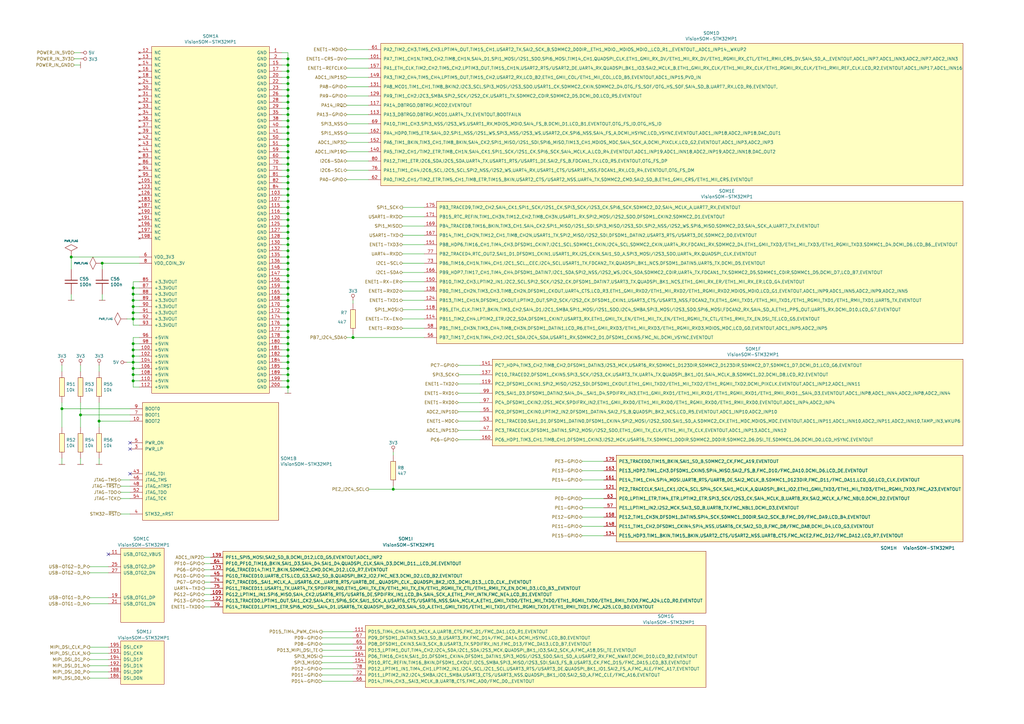
<source format=kicad_sch>
(kicad_sch (version 20210126) (generator eeschema)
  (paper "A3")
  (title_block (title "STM32MP1 Module") (date "2020-12-19") (rev "V1.0") (company "Embedded System Labs"))
  (junction (at 25.4 167.64) (diameter 1.016))
  (junction (at 29.21 105.41) (diameter 1.016))
  (junction (at 33.02 170.18) (diameter 1.016))
  (junction (at 40.64 172.72) (diameter 1.016))
  (junction (at 41.91 107.95) (diameter 1.016))
  (junction (at 54.61 118.11) (diameter 1.016))
  (junction (at 54.61 120.65) (diameter 1.016))
  (junction (at 54.61 123.19) (diameter 1.016))
  (junction (at 54.61 125.73) (diameter 1.016))
  (junction (at 54.61 128.27) (diameter 1.016))
  (junction (at 54.61 130.81) (diameter 1.016))
  (junction (at 54.61 140.97) (diameter 1.016))
  (junction (at 54.61 143.51) (diameter 1.016))
  (junction (at 54.61 146.05) (diameter 1.016))
  (junction (at 54.61 148.59) (diameter 1.016))
  (junction (at 54.61 151.13) (diameter 1.016))
  (junction (at 54.61 153.67) (diameter 1.016))
  (junction (at 54.61 156.21) (diameter 1.016))
  (junction (at 118.11 24.13) (diameter 1.016))
  (junction (at 118.11 26.67) (diameter 1.016))
  (junction (at 118.11 29.21) (diameter 1.016))
  (junction (at 118.11 31.75) (diameter 1.016))
  (junction (at 118.11 34.29) (diameter 1.016))
  (junction (at 118.11 36.83) (diameter 1.016))
  (junction (at 118.11 39.37) (diameter 1.016))
  (junction (at 118.11 41.91) (diameter 1.016))
  (junction (at 118.11 44.45) (diameter 1.016))
  (junction (at 118.11 46.99) (diameter 1.016))
  (junction (at 118.11 49.53) (diameter 1.016))
  (junction (at 118.11 52.07) (diameter 1.016))
  (junction (at 118.11 54.61) (diameter 1.016))
  (junction (at 118.11 57.15) (diameter 1.016))
  (junction (at 118.11 59.69) (diameter 1.016))
  (junction (at 118.11 62.23) (diameter 1.016))
  (junction (at 118.11 64.77) (diameter 1.016))
  (junction (at 118.11 67.31) (diameter 1.016))
  (junction (at 118.11 69.85) (diameter 1.016))
  (junction (at 118.11 72.39) (diameter 1.016))
  (junction (at 118.11 74.93) (diameter 1.016))
  (junction (at 118.11 77.47) (diameter 1.016))
  (junction (at 118.11 80.01) (diameter 1.016))
  (junction (at 118.11 82.55) (diameter 1.016))
  (junction (at 118.11 85.09) (diameter 1.016))
  (junction (at 118.11 87.63) (diameter 1.016))
  (junction (at 118.11 90.17) (diameter 1.016))
  (junction (at 118.11 92.71) (diameter 1.016))
  (junction (at 118.11 95.25) (diameter 1.016))
  (junction (at 118.11 97.79) (diameter 1.016))
  (junction (at 118.11 100.33) (diameter 1.016))
  (junction (at 118.11 102.87) (diameter 1.016))
  (junction (at 118.11 105.41) (diameter 1.016))
  (junction (at 118.11 107.95) (diameter 1.016))
  (junction (at 118.11 110.49) (diameter 1.016))
  (junction (at 118.11 113.03) (diameter 1.016))
  (junction (at 118.11 115.57) (diameter 1.016))
  (junction (at 118.11 118.11) (diameter 1.016))
  (junction (at 118.11 120.65) (diameter 1.016))
  (junction (at 118.11 123.19) (diameter 1.016))
  (junction (at 118.11 125.73) (diameter 1.016))
  (junction (at 118.11 128.27) (diameter 1.016))
  (junction (at 118.11 130.81) (diameter 1.016))
  (junction (at 118.11 133.35) (diameter 1.016))
  (junction (at 118.11 135.89) (diameter 1.016))
  (junction (at 118.11 138.43) (diameter 1.016))
  (junction (at 118.11 140.97) (diameter 1.016))
  (junction (at 118.11 143.51) (diameter 1.016))
  (junction (at 118.11 146.05) (diameter 1.016))
  (junction (at 118.11 148.59) (diameter 1.016))
  (junction (at 118.11 151.13) (diameter 1.016))
  (junction (at 118.11 153.67) (diameter 1.016))
  (junction (at 118.11 156.21) (diameter 1.016))
  (junction (at 118.11 158.75) (diameter 1.016))
  (junction (at 144.78 138.43) (diameter 1.016))
  (junction (at 161.29 200.66) (diameter 1.016))
  (no_connect (at 44.45 227.33))
  (no_connect (at 53.34 181.61))
  (no_connect (at 53.34 184.15))
  (no_connect (at 53.34 194.31))
  (wire (pts (xy 25.4 149.86) (xy 25.4 152.4)))
  (wire (pts (xy 25.4 165.1) (xy 25.4 167.64)))
  (wire (pts (xy 25.4 167.64) (xy 25.4 175.26)))
  (wire (pts (xy 25.4 187.96) (xy 25.4 190.5)))
  (wire (pts (xy 29.21 105.41) (xy 29.21 110.49)))
  (wire (pts (xy 29.21 120.65) (xy 29.21 123.19)))
  (wire (pts (xy 30.48 26.67) (xy 33.02 26.67)))
  (wire (pts (xy 33.02 21.59) (xy 30.48 21.59)))
  (wire (pts (xy 33.02 24.13) (xy 30.48 24.13)))
  (wire (pts (xy 33.02 149.86) (xy 33.02 152.4)))
  (wire (pts (xy 33.02 165.1) (xy 33.02 170.18)))
  (wire (pts (xy 33.02 170.18) (xy 33.02 175.26)))
  (wire (pts (xy 33.02 187.96) (xy 33.02 190.5)))
  (wire (pts (xy 40.64 149.86) (xy 40.64 152.4)))
  (wire (pts (xy 40.64 172.72) (xy 40.64 165.1)))
  (wire (pts (xy 40.64 175.26) (xy 40.64 172.72)))
  (wire (pts (xy 40.64 187.96) (xy 40.64 190.5)))
  (wire (pts (xy 41.91 107.95) (xy 41.91 110.49)))
  (wire (pts (xy 41.91 120.65) (xy 41.91 123.19)))
  (wire (pts (xy 44.45 232.41) (xy 36.83 232.41)))
  (wire (pts (xy 44.45 234.95) (xy 36.83 234.95)))
  (wire (pts (xy 44.45 245.11) (xy 36.83 245.11)))
  (wire (pts (xy 44.45 247.65) (xy 36.83 247.65)))
  (wire (pts (xy 44.45 265.43) (xy 36.83 265.43)))
  (wire (pts (xy 44.45 267.97) (xy 36.83 267.97)))
  (wire (pts (xy 44.45 270.51) (xy 36.83 270.51)))
  (wire (pts (xy 44.45 273.05) (xy 36.83 273.05)))
  (wire (pts (xy 44.45 275.59) (xy 36.83 275.59)))
  (wire (pts (xy 44.45 278.13) (xy 36.83 278.13)))
  (wire (pts (xy 53.34 167.64) (xy 25.4 167.64)))
  (wire (pts (xy 53.34 170.18) (xy 33.02 170.18)))
  (wire (pts (xy 53.34 172.72) (xy 40.64 172.72)))
  (wire (pts (xy 53.34 196.85) (xy 49.53 196.85)))
  (wire (pts (xy 53.34 199.39) (xy 49.53 199.39)))
  (wire (pts (xy 53.34 201.93) (xy 49.53 201.93)))
  (wire (pts (xy 53.34 204.47) (xy 49.53 204.47)))
  (wire (pts (xy 53.34 210.82) (xy 49.53 210.82)))
  (wire (pts (xy 54.61 115.57) (xy 57.15 115.57)))
  (wire (pts (xy 54.61 118.11) (xy 54.61 115.57)))
  (wire (pts (xy 54.61 120.65) (xy 54.61 118.11)))
  (wire (pts (xy 54.61 123.19) (xy 54.61 120.65)))
  (wire (pts (xy 54.61 125.73) (xy 54.61 123.19)))
  (wire (pts (xy 54.61 125.73) (xy 57.15 125.73)))
  (wire (pts (xy 54.61 128.27) (xy 54.61 125.73)))
  (wire (pts (xy 54.61 128.27) (xy 57.15 128.27)))
  (wire (pts (xy 54.61 130.81) (xy 52.07 130.81)))
  (wire (pts (xy 54.61 130.81) (xy 54.61 128.27)))
  (wire (pts (xy 54.61 133.35) (xy 54.61 130.81)))
  (wire (pts (xy 54.61 138.43) (xy 54.61 140.97)))
  (wire (pts (xy 54.61 140.97) (xy 54.61 143.51)))
  (wire (pts (xy 54.61 143.51) (xy 54.61 146.05)))
  (wire (pts (xy 54.61 146.05) (xy 54.61 148.59)))
  (wire (pts (xy 54.61 148.59) (xy 52.07 148.59)))
  (wire (pts (xy 54.61 148.59) (xy 54.61 151.13)))
  (wire (pts (xy 54.61 151.13) (xy 54.61 153.67)))
  (wire (pts (xy 54.61 153.67) (xy 54.61 156.21)))
  (wire (pts (xy 54.61 156.21) (xy 54.61 158.75)))
  (wire (pts (xy 54.61 158.75) (xy 57.15 158.75)))
  (wire (pts (xy 57.15 105.41) (xy 29.21 105.41)))
  (wire (pts (xy 57.15 107.95) (xy 41.91 107.95)))
  (wire (pts (xy 57.15 118.11) (xy 54.61 118.11)))
  (wire (pts (xy 57.15 120.65) (xy 54.61 120.65)))
  (wire (pts (xy 57.15 123.19) (xy 54.61 123.19)))
  (wire (pts (xy 57.15 130.81) (xy 54.61 130.81)))
  (wire (pts (xy 57.15 133.35) (xy 54.61 133.35)))
  (wire (pts (xy 57.15 138.43) (xy 54.61 138.43)))
  (wire (pts (xy 57.15 140.97) (xy 54.61 140.97)))
  (wire (pts (xy 57.15 143.51) (xy 54.61 143.51)))
  (wire (pts (xy 57.15 146.05) (xy 54.61 146.05)))
  (wire (pts (xy 57.15 148.59) (xy 54.61 148.59)))
  (wire (pts (xy 57.15 151.13) (xy 54.61 151.13)))
  (wire (pts (xy 57.15 153.67) (xy 54.61 153.67)))
  (wire (pts (xy 57.15 156.21) (xy 54.61 156.21)))
  (wire (pts (xy 83.82 238.76) (xy 86.36 238.76)))
  (wire (pts (xy 83.82 241.3) (xy 86.36 241.3)))
  (wire (pts (xy 86.36 228.6) (xy 83.82 228.6)))
  (wire (pts (xy 86.36 231.14) (xy 83.82 231.14)))
  (wire (pts (xy 86.36 233.68) (xy 83.82 233.68)))
  (wire (pts (xy 86.36 236.22) (xy 83.82 236.22)))
  (wire (pts (xy 86.36 243.84) (xy 83.82 243.84)))
  (wire (pts (xy 86.36 246.38) (xy 83.82 246.38)))
  (wire (pts (xy 86.36 248.92) (xy 83.82 248.92)))
  (wire (pts (xy 115.57 21.59) (xy 118.11 21.59)))
  (wire (pts (xy 115.57 24.13) (xy 118.11 24.13)))
  (wire (pts (xy 115.57 26.67) (xy 118.11 26.67)))
  (wire (pts (xy 115.57 29.21) (xy 118.11 29.21)))
  (wire (pts (xy 115.57 31.75) (xy 118.11 31.75)))
  (wire (pts (xy 115.57 34.29) (xy 118.11 34.29)))
  (wire (pts (xy 115.57 36.83) (xy 118.11 36.83)))
  (wire (pts (xy 115.57 39.37) (xy 118.11 39.37)))
  (wire (pts (xy 115.57 41.91) (xy 118.11 41.91)))
  (wire (pts (xy 115.57 44.45) (xy 118.11 44.45)))
  (wire (pts (xy 115.57 46.99) (xy 118.11 46.99)))
  (wire (pts (xy 115.57 49.53) (xy 118.11 49.53)))
  (wire (pts (xy 115.57 52.07) (xy 118.11 52.07)))
  (wire (pts (xy 115.57 54.61) (xy 118.11 54.61)))
  (wire (pts (xy 115.57 57.15) (xy 118.11 57.15)))
  (wire (pts (xy 115.57 59.69) (xy 118.11 59.69)))
  (wire (pts (xy 115.57 62.23) (xy 118.11 62.23)))
  (wire (pts (xy 115.57 64.77) (xy 118.11 64.77)))
  (wire (pts (xy 115.57 67.31) (xy 118.11 67.31)))
  (wire (pts (xy 115.57 69.85) (xy 118.11 69.85)))
  (wire (pts (xy 115.57 72.39) (xy 118.11 72.39)))
  (wire (pts (xy 115.57 74.93) (xy 118.11 74.93)))
  (wire (pts (xy 115.57 77.47) (xy 118.11 77.47)))
  (wire (pts (xy 115.57 80.01) (xy 118.11 80.01)))
  (wire (pts (xy 115.57 82.55) (xy 118.11 82.55)))
  (wire (pts (xy 115.57 85.09) (xy 118.11 85.09)))
  (wire (pts (xy 115.57 87.63) (xy 118.11 87.63)))
  (wire (pts (xy 115.57 90.17) (xy 118.11 90.17)))
  (wire (pts (xy 115.57 92.71) (xy 118.11 92.71)))
  (wire (pts (xy 115.57 95.25) (xy 118.11 95.25)))
  (wire (pts (xy 115.57 97.79) (xy 118.11 97.79)))
  (wire (pts (xy 115.57 100.33) (xy 118.11 100.33)))
  (wire (pts (xy 115.57 102.87) (xy 118.11 102.87)))
  (wire (pts (xy 115.57 105.41) (xy 118.11 105.41)))
  (wire (pts (xy 115.57 107.95) (xy 118.11 107.95)))
  (wire (pts (xy 115.57 110.49) (xy 118.11 110.49)))
  (wire (pts (xy 115.57 113.03) (xy 118.11 113.03)))
  (wire (pts (xy 115.57 115.57) (xy 118.11 115.57)))
  (wire (pts (xy 115.57 118.11) (xy 118.11 118.11)))
  (wire (pts (xy 115.57 120.65) (xy 118.11 120.65)))
  (wire (pts (xy 115.57 123.19) (xy 118.11 123.19)))
  (wire (pts (xy 115.57 125.73) (xy 118.11 125.73)))
  (wire (pts (xy 115.57 128.27) (xy 118.11 128.27)))
  (wire (pts (xy 115.57 130.81) (xy 118.11 130.81)))
  (wire (pts (xy 115.57 133.35) (xy 118.11 133.35)))
  (wire (pts (xy 115.57 135.89) (xy 118.11 135.89)))
  (wire (pts (xy 115.57 138.43) (xy 118.11 138.43)))
  (wire (pts (xy 115.57 140.97) (xy 118.11 140.97)))
  (wire (pts (xy 115.57 143.51) (xy 118.11 143.51)))
  (wire (pts (xy 115.57 146.05) (xy 118.11 146.05)))
  (wire (pts (xy 115.57 148.59) (xy 118.11 148.59)))
  (wire (pts (xy 115.57 151.13) (xy 118.11 151.13)))
  (wire (pts (xy 115.57 153.67) (xy 118.11 153.67)))
  (wire (pts (xy 115.57 156.21) (xy 118.11 156.21)))
  (wire (pts (xy 118.11 21.59) (xy 118.11 24.13)))
  (wire (pts (xy 118.11 24.13) (xy 118.11 26.67)))
  (wire (pts (xy 118.11 26.67) (xy 118.11 29.21)))
  (wire (pts (xy 118.11 29.21) (xy 118.11 31.75)))
  (wire (pts (xy 118.11 31.75) (xy 118.11 34.29)))
  (wire (pts (xy 118.11 34.29) (xy 118.11 36.83)))
  (wire (pts (xy 118.11 36.83) (xy 118.11 39.37)))
  (wire (pts (xy 118.11 39.37) (xy 118.11 41.91)))
  (wire (pts (xy 118.11 41.91) (xy 118.11 44.45)))
  (wire (pts (xy 118.11 44.45) (xy 118.11 46.99)))
  (wire (pts (xy 118.11 46.99) (xy 118.11 49.53)))
  (wire (pts (xy 118.11 49.53) (xy 118.11 52.07)))
  (wire (pts (xy 118.11 52.07) (xy 118.11 54.61)))
  (wire (pts (xy 118.11 54.61) (xy 118.11 57.15)))
  (wire (pts (xy 118.11 57.15) (xy 118.11 59.69)))
  (wire (pts (xy 118.11 59.69) (xy 118.11 62.23)))
  (wire (pts (xy 118.11 62.23) (xy 118.11 64.77)))
  (wire (pts (xy 118.11 64.77) (xy 118.11 67.31)))
  (wire (pts (xy 118.11 67.31) (xy 118.11 69.85)))
  (wire (pts (xy 118.11 69.85) (xy 118.11 72.39)))
  (wire (pts (xy 118.11 72.39) (xy 118.11 74.93)))
  (wire (pts (xy 118.11 74.93) (xy 118.11 77.47)))
  (wire (pts (xy 118.11 77.47) (xy 118.11 80.01)))
  (wire (pts (xy 118.11 80.01) (xy 118.11 82.55)))
  (wire (pts (xy 118.11 82.55) (xy 118.11 85.09)))
  (wire (pts (xy 118.11 85.09) (xy 118.11 87.63)))
  (wire (pts (xy 118.11 87.63) (xy 118.11 90.17)))
  (wire (pts (xy 118.11 90.17) (xy 118.11 92.71)))
  (wire (pts (xy 118.11 92.71) (xy 118.11 95.25)))
  (wire (pts (xy 118.11 95.25) (xy 118.11 97.79)))
  (wire (pts (xy 118.11 97.79) (xy 118.11 100.33)))
  (wire (pts (xy 118.11 100.33) (xy 118.11 102.87)))
  (wire (pts (xy 118.11 102.87) (xy 118.11 105.41)))
  (wire (pts (xy 118.11 105.41) (xy 118.11 107.95)))
  (wire (pts (xy 118.11 107.95) (xy 118.11 110.49)))
  (wire (pts (xy 118.11 110.49) (xy 118.11 113.03)))
  (wire (pts (xy 118.11 113.03) (xy 118.11 115.57)))
  (wire (pts (xy 118.11 115.57) (xy 118.11 118.11)))
  (wire (pts (xy 118.11 118.11) (xy 118.11 120.65)))
  (wire (pts (xy 118.11 120.65) (xy 118.11 123.19)))
  (wire (pts (xy 118.11 123.19) (xy 118.11 125.73)))
  (wire (pts (xy 118.11 125.73) (xy 118.11 128.27)))
  (wire (pts (xy 118.11 128.27) (xy 118.11 130.81)))
  (wire (pts (xy 118.11 130.81) (xy 118.11 133.35)))
  (wire (pts (xy 118.11 133.35) (xy 118.11 135.89)))
  (wire (pts (xy 118.11 135.89) (xy 118.11 138.43)))
  (wire (pts (xy 118.11 138.43) (xy 118.11 140.97)))
  (wire (pts (xy 118.11 140.97) (xy 118.11 143.51)))
  (wire (pts (xy 118.11 143.51) (xy 118.11 146.05)))
  (wire (pts (xy 118.11 146.05) (xy 118.11 148.59)))
  (wire (pts (xy 118.11 148.59) (xy 118.11 151.13)))
  (wire (pts (xy 118.11 151.13) (xy 118.11 153.67)))
  (wire (pts (xy 118.11 153.67) (xy 118.11 156.21)))
  (wire (pts (xy 118.11 156.21) (xy 118.11 158.75)))
  (wire (pts (xy 118.11 158.75) (xy 115.57 158.75)))
  (wire (pts (xy 118.11 158.75) (xy 118.11 161.29)))
  (wire (pts (xy 132.08 279.4) (xy 144.78 279.4)))
  (wire (pts (xy 144.78 124.46) (xy 144.78 123.19)))
  (wire (pts (xy 144.78 137.16) (xy 144.78 138.43)))
  (wire (pts (xy 144.78 138.43) (xy 142.24 138.43)))
  (wire (pts (xy 144.78 259.08) (xy 132.08 259.08)))
  (wire (pts (xy 144.78 261.62) (xy 132.08 261.62)))
  (wire (pts (xy 144.78 264.16) (xy 132.08 264.16)))
  (wire (pts (xy 144.78 266.7) (xy 132.08 266.7)))
  (wire (pts (xy 144.78 269.24) (xy 132.08 269.24)))
  (wire (pts (xy 144.78 271.78) (xy 132.08 271.78)))
  (wire (pts (xy 144.78 274.32) (xy 132.08 274.32)))
  (wire (pts (xy 144.78 276.86) (xy 132.08 276.86)))
  (wire (pts (xy 151.13 20.32) (xy 142.24 20.32)))
  (wire (pts (xy 151.13 24.13) (xy 142.24 24.13)))
  (wire (pts (xy 151.13 27.94) (xy 142.24 27.94)))
  (wire (pts (xy 151.13 31.75) (xy 142.24 31.75)))
  (wire (pts (xy 151.13 35.56) (xy 142.24 35.56)))
  (wire (pts (xy 151.13 39.37) (xy 142.24 39.37)))
  (wire (pts (xy 151.13 43.18) (xy 142.24 43.18)))
  (wire (pts (xy 151.13 46.99) (xy 142.24 46.99)))
  (wire (pts (xy 151.13 50.8) (xy 142.24 50.8)))
  (wire (pts (xy 151.13 54.61) (xy 142.24 54.61)))
  (wire (pts (xy 151.13 58.42) (xy 142.24 58.42)))
  (wire (pts (xy 151.13 62.23) (xy 142.24 62.23)))
  (wire (pts (xy 151.13 66.04) (xy 142.24 66.04)))
  (wire (pts (xy 151.13 69.85) (xy 142.24 69.85)))
  (wire (pts (xy 151.13 73.66) (xy 142.24 73.66)))
  (wire (pts (xy 161.29 185.42) (xy 161.29 186.69)))
  (wire (pts (xy 161.29 199.39) (xy 161.29 200.66)))
  (wire (pts (xy 161.29 200.66) (xy 151.13 200.66)))
  (wire (pts (xy 173.99 85.09) (xy 165.1 85.09)))
  (wire (pts (xy 173.99 88.9) (xy 165.1 88.9)))
  (wire (pts (xy 173.99 92.71) (xy 165.1 92.71)))
  (wire (pts (xy 173.99 96.52) (xy 165.1 96.52)))
  (wire (pts (xy 173.99 100.33) (xy 165.1 100.33)))
  (wire (pts (xy 173.99 104.14) (xy 165.1 104.14)))
  (wire (pts (xy 173.99 107.95) (xy 165.1 107.95)))
  (wire (pts (xy 173.99 111.76) (xy 165.1 111.76)))
  (wire (pts (xy 173.99 115.57) (xy 165.1 115.57)))
  (wire (pts (xy 173.99 119.38) (xy 165.1 119.38)))
  (wire (pts (xy 173.99 123.19) (xy 165.1 123.19)))
  (wire (pts (xy 173.99 127) (xy 165.1 127)))
  (wire (pts (xy 173.99 130.81) (xy 165.1 130.81)))
  (wire (pts (xy 173.99 134.62) (xy 165.1 134.62)))
  (wire (pts (xy 173.99 138.43) (xy 144.78 138.43)))
  (wire (pts (xy 196.85 149.86) (xy 187.96 149.86)))
  (wire (pts (xy 196.85 153.67) (xy 187.96 153.67)))
  (wire (pts (xy 196.85 157.48) (xy 187.96 157.48)))
  (wire (pts (xy 196.85 161.29) (xy 187.96 161.29)))
  (wire (pts (xy 196.85 165.1) (xy 187.96 165.1)))
  (wire (pts (xy 196.85 168.91) (xy 187.96 168.91)))
  (wire (pts (xy 196.85 172.72) (xy 187.96 172.72)))
  (wire (pts (xy 196.85 176.53) (xy 187.96 176.53)))
  (wire (pts (xy 196.85 180.34) (xy 187.96 180.34)))
  (wire (pts (xy 247.65 189.23) (xy 238.76 189.23)))
  (wire (pts (xy 247.65 193.04) (xy 238.76 193.04)))
  (wire (pts (xy 247.65 196.85) (xy 238.76 196.85)))
  (wire (pts (xy 247.65 200.66) (xy 161.29 200.66)))
  (wire (pts (xy 247.65 204.47) (xy 238.76 204.47)))
  (wire (pts (xy 247.65 208.28) (xy 238.76 208.28)))
  (wire (pts (xy 247.65 212.09) (xy 238.76 212.09)))
  (wire (pts (xy 247.65 215.9) (xy 238.76 215.9)))
  (wire (pts (xy 247.65 219.71) (xy 238.76 219.71)))
  (hierarchical_label "POWER_IN_5V0" (shape input) (at 30.48 21.59 180))
  (hierarchical_label "POWER_IN_3V3" (shape input) (at 30.48 24.13 180))
  (hierarchical_label "POWER_IN_GND" (shape input) (at 30.48 26.67 180))
  (hierarchical_label "USB-OTG2-D_P" (shape bidirectional) (at 36.83 232.41 180))
  (hierarchical_label "USB-OTG2-D_N" (shape bidirectional) (at 36.83 234.95 180))
  (hierarchical_label "USB-OTG1-D_P" (shape bidirectional) (at 36.83 245.11 180))
  (hierarchical_label "USB-OTG1-D_N" (shape bidirectional) (at 36.83 247.65 180))
  (hierarchical_label "MIPI_DSI_CLK_P" (shape output) (at 36.83 265.43 180))
  (hierarchical_label "MIPI_DSI_CLK_N" (shape output) (at 36.83 267.97 180))
  (hierarchical_label "MIPI_DSI_D1_P" (shape bidirectional) (at 36.83 270.51 180))
  (hierarchical_label "MIPI_DSI_D1_N" (shape bidirectional) (at 36.83 273.05 180))
  (hierarchical_label "MIPI_DSI_D0_P" (shape bidirectional) (at 36.83 275.59 180))
  (hierarchical_label "MIPI_DSI_D0_N" (shape bidirectional) (at 36.83 278.13 180))
  (hierarchical_label "JTAG-TMS" (shape bidirectional) (at 49.53 196.85 180))
  (hierarchical_label "JTAG-~TRST~" (shape input) (at 49.53 199.39 180))
  (hierarchical_label "JTAG-TDO" (shape bidirectional) (at 49.53 201.93 180))
  (hierarchical_label "JTAG-TCK" (shape input) (at 49.53 204.47 180))
  (hierarchical_label "STM32-~RST~" (shape input) (at 49.53 210.82 180))
  (hierarchical_label "ADC1_INP2" (shape input) (at 83.82 228.6 180))
  (hierarchical_label "PF10-GPIO" (shape bidirectional) (at 83.82 231.14 180))
  (hierarchical_label "PG6-GPIO" (shape bidirectional) (at 83.82 233.68 180))
  (hierarchical_label "PG10-GPIO" (shape bidirectional) (at 83.82 236.22 180))
  (hierarchical_label "PG7-GPIO" (shape output) (at 83.82 238.76 180))
  (hierarchical_label "UART4-TXD" (shape output) (at 83.82 241.3 180))
  (hierarchical_label "PG12-GPIO" (shape bidirectional) (at 83.82 243.84 180))
  (hierarchical_label "PG13-GPIO" (shape bidirectional) (at 83.82 246.38 180))
  (hierarchical_label "ENET1-TXD0" (shape bidirectional) (at 83.82 248.92 180))
  (hierarchical_label "PD15_TIM4_PWM_CH4" (shape output) (at 132.08 259.08 180))
  (hierarchical_label "PD9-GPIO" (shape bidirectional) (at 132.08 261.62 180))
  (hierarchical_label "PD8-GPIO" (shape bidirectional) (at 132.08 264.16 180))
  (hierarchical_label "PD13_MIPI_DSI_TE" (shape output) (at 132.08 266.7 180))
  (hierarchical_label "SPI3_MOSI" (shape output) (at 132.08 269.24 180))
  (hierarchical_label "SPI3_MISO" (shape input) (at 132.08 271.78 180))
  (hierarchical_label "PD12-GPIO" (shape bidirectional) (at 132.08 274.32 180))
  (hierarchical_label "PD11-GPIO" (shape bidirectional) (at 132.08 276.86 180))
  (hierarchical_label "PD14-GPIO" (shape input) (at 132.08 279.4 180))
  (hierarchical_label "ENET1-MDIO" (shape bidirectional) (at 142.24 20.32 180))
  (hierarchical_label "ENET1-CRS-DV" (shape bidirectional) (at 142.24 24.13 180))
  (hierarchical_label "ENET1-REFCLK" (shape bidirectional) (at 142.24 27.94 180))
  (hierarchical_label "ADC1_INP15" (shape input) (at 142.24 31.75 180))
  (hierarchical_label "PA8-GPIO" (shape bidirectional) (at 142.24 35.56 180))
  (hierarchical_label "PA9-GPIO" (shape bidirectional) (at 142.24 39.37 180))
  (hierarchical_label "PA14_IRQ" (shape input) (at 142.24 43.18 180))
  (hierarchical_label "PA13-GPIO" (shape bidirectional) (at 142.24 46.99 180))
  (hierarchical_label "SPI3_NSS" (shape output) (at 142.24 50.8 180))
  (hierarchical_label "SPI1_NSS" (shape output) (at 142.24 54.61 180))
  (hierarchical_label "ADC1_INP3" (shape input) (at 142.24 58.42 180))
  (hierarchical_label "ADC1_INP19" (shape input) (at 142.24 62.23 180))
  (hierarchical_label "I2C6-SDA" (shape bidirectional) (at 142.24 66.04 180))
  (hierarchical_label "I2C6-SCL" (shape bidirectional) (at 142.24 69.85 180))
  (hierarchical_label "PA0-GPIO" (shape bidirectional) (at 142.24 73.66 180))
  (hierarchical_label "PB7_I2C4_SDA" (shape bidirectional) (at 142.24 138.43 180))
  (hierarchical_label "PE2_I2C4_SCL" (shape output) (at 151.13 200.66 180))
  (hierarchical_label "SPI1_SCK" (shape output) (at 165.1 85.09 180))
  (hierarchical_label "USART1-RXD" (shape input) (at 165.1 88.9 180))
  (hierarchical_label "SPI1_MISO" (shape input) (at 165.1 92.71 180))
  (hierarchical_label "USART1-TXD" (shape output) (at 165.1 96.52 180))
  (hierarchical_label "ENET1-TXD3" (shape bidirectional) (at 165.1 100.33 180))
  (hierarchical_label "UART4-RXD" (shape input) (at 165.1 104.14 180))
  (hierarchical_label "I2C1-SCL" (shape bidirectional) (at 165.1 107.95 180))
  (hierarchical_label "I2C1-SDA" (shape bidirectional) (at 165.1 111.76 180))
  (hierarchical_label "ENET1-RX-ER" (shape bidirectional) (at 165.1 115.57 180))
  (hierarchical_label "ENET1-RXD2" (shape bidirectional) (at 165.1 119.38 180))
  (hierarchical_label "ENET1-TXD1" (shape bidirectional) (at 165.1 123.19 180))
  (hierarchical_label "SPI1_MOSI" (shape output) (at 165.1 127 180))
  (hierarchical_label "ENET1-TX-EN" (shape bidirectional) (at 165.1 130.81 180))
  (hierarchical_label "ENET1-RXD3" (shape bidirectional) (at 165.1 134.62 180))
  (hierarchical_label "PC7-GPIO" (shape bidirectional) (at 187.96 149.86 180))
  (hierarchical_label "SPI3_SCK" (shape output) (at 187.96 153.67 180))
  (hierarchical_label "ENET1-TXD2" (shape bidirectional) (at 187.96 157.48 180))
  (hierarchical_label "ENET1-RXD1" (shape bidirectional) (at 187.96 161.29 180))
  (hierarchical_label "ENET1-RXD0" (shape bidirectional) (at 187.96 165.1 180))
  (hierarchical_label "ADC2_INP10" (shape input) (at 187.96 168.91 180))
  (hierarchical_label "ENET1-MDC" (shape bidirectional) (at 187.96 172.72 180))
  (hierarchical_label "ADC1_INP13" (shape input) (at 187.96 176.53 180))
  (hierarchical_label "PC6-GPIO" (shape bidirectional) (at 187.96 180.34 180))
  (hierarchical_label "PE3-GPIO" (shape bidirectional) (at 238.76 189.23 180))
  (hierarchical_label "PE13-GPIO" (shape bidirectional) (at 238.76 193.04 180))
  (hierarchical_label "PE14-GPIO" (shape bidirectional) (at 238.76 196.85 180))
  (hierarchical_label "PE0-GPIO" (shape input) (at 238.76 204.47 180))
  (hierarchical_label "PE1-GPIO" (shape output) (at 238.76 208.28 180))
  (hierarchical_label "PE12-GPIO" (shape bidirectional) (at 238.76 212.09 180))
  (hierarchical_label "PE11-GPIO" (shape bidirectional) (at 238.76 215.9 180))
  (hierarchical_label "PE15-GPIO" (shape bidirectional) (at 238.76 219.71 180))
  (symbol (lib_id "power:5V_NO_GLOBAL") (at 33.02 21.59 270) (unit 1)
    (property "Reference" "#PWR24" (effects hide))
    (property "Value" "5V" (at 36.2712 21.6154 90) (effects (justify left)))
  )
  (symbol (lib_id "power:5V_NO_GLOBAL") (at 52.07 148.59 90) (unit 1)
    (property "Reference" "#PWR191" (effects hide))
    (property "Value" "5V" (at 48.8188 148.5646 90) (effects (justify left)))
  )
  (symbol (lib_id "power:GND_NO_GLOBAL") (at 25.4 190.5 0) (unit 1)
    (property "Reference" "#PWR193" (effects hide))
    (property "Value" "GND_NO_GLOBAL" (effects hide))
  )
  (symbol (lib_id "power:GND") (at 29.21 123.19 0) (unit 1)
    (property "Reference" "#PWR0193" (effects hide))
    (property "Value" "GND" (effects hide))
  )
  (symbol (lib_id "power:GND_NO_GLOBAL") (at 33.02 26.67 90) (unit 1)
    (property "Reference" "#PWR26" (effects hide))
    (property "Value" "GND_NO_GLOBAL" (effects hide))
  )
  (symbol (lib_id "power:GND_NO_GLOBAL") (at 33.02 190.5 0) (unit 1)
    (property "Reference" "#PWR195" (effects hide))
    (property "Value" "GND_NO_GLOBAL" (effects hide))
  )
  (symbol (lib_id "power:GND_NO_GLOBAL") (at 40.64 190.5 0) (unit 1)
    (property "Reference" "#PWR197" (effects hide))
    (property "Value" "GND_NO_GLOBAL" (effects hide))
  )
  (symbol (lib_id "power:GND") (at 41.91 123.19 0) (unit 1)
    (property "Reference" "#PWR0192" (effects hide))
    (property "Value" "GND" (effects hide))
  )
  (symbol (lib_id "power:GND_NO_GLOBAL") (at 118.11 161.29 0) (unit 1)
    (property "Reference" "#PWR27" (effects hide))
    (property "Value" "GND_NO_GLOBAL" (effects hide))
  )
  (symbol (lib_id "power:3V3_NO_GLOBAL") (at 25.4 149.86 0) (unit 1)
    (property "Reference" "#PWR192" (effects hide))
    (property "Value" "3V3" (at 25.4 146.05 0))
  )
  (symbol (lib_id "power:3V3_NO_GLOBAL") (at 33.02 24.13 270) (unit 1)
    (property "Reference" "#PWR25" (effects hide))
    (property "Value" "3V3" (at 36.2712 24.2824 90) (effects (justify left)))
  )
  (symbol (lib_id "power:3V3_NO_GLOBAL") (at 33.02 149.86 0) (unit 1)
    (property "Reference" "#PWR194" (effects hide))
    (property "Value" "3V3" (at 33.02 146.05 0))
  )
  (symbol (lib_id "power:3V3_NO_GLOBAL") (at 40.64 149.86 0) (unit 1)
    (property "Reference" "#PWR196" (effects hide))
    (property "Value" "3V3" (at 40.64 146.05 0))
  )
  (symbol (lib_id "power:3V3_NO_GLOBAL") (at 144.78 123.19 0) (unit 1)
    (property "Reference" "#PWR28" (effects hide))
    (property "Value" "3V3" (at 144.78 119.38 0))
  )
  (symbol (lib_id "power:3V3_NO_GLOBAL") (at 161.29 185.42 0) (unit 1)
    (property "Reference" "#PWR29" (effects hide))
    (property "Value" "3V3" (at 161.29 181.61 0))
  )
  (symbol (lib_id "Resistors_Smd0603:10k") (at 25.4 158.75 0) (unit 1)
    (property "Reference" "R51" (at 27.1272 157.5816 0) (effects (justify left)))
    (property "Value" "10k" (at 27.1272 159.893 0) (effects (justify left)))
    (property "Footprint" "Resistor_Smd_0603:10k_0603" (effects hide))
    (property "Datasheet" "Resistors/Smd_0603/Components_Documentation/Vishay_Resistors_SM0603.pdf" (effects hide))
    (property "Manufacturer" "ROYAL OHM" (effects hide))
    (property "Manufacturer Part Number" "0603SAJ0103T5E" (effects hide))
    (property "Supplier" "TME" (effects hide))
    (property "Supplier Part Number" "SMD0603-10K" (effects hide))
    (property "URL" "https://www.tme.eu/pl/details/smd0603-10k/rezystory-smd-0603/royal-ohm/0603saj0103t5e/" (effects hide))
    (property "Price@1pc" "0,04560" (effects hide))
    (property "Price@1000pcs" "0,01111" (effects hide))
    (property "Developer" "MW" (effects hide))
    (property "Package" "0603" (effects hide))
  )
  (symbol (lib_id "Resistors_Smd0603:10k") (at 25.4 181.61 0) (unit 1)
    (property "Reference" "R52" (at 27.1272 180.4416 0) (effects (justify left)))
    (property "Value" "10k" (at 27.1272 182.753 0) (effects (justify left)))
    (property "Footprint" "Resistor_Smd_0603:10k_0603" (effects hide))
    (property "Datasheet" "Resistors/Smd_0603/Components_Documentation/Vishay_Resistors_SM0603.pdf" (effects hide))
    (property "Manufacturer" "ROYAL OHM" (effects hide))
    (property "Manufacturer Part Number" "0603SAJ0103T5E" (effects hide))
    (property "Supplier" "TME" (effects hide))
    (property "Supplier Part Number" "SMD0603-10K" (effects hide))
    (property "URL" "https://www.tme.eu/pl/details/smd0603-10k/rezystory-smd-0603/royal-ohm/0603saj0103t5e/" (effects hide))
    (property "Price@1pc" "0,04560" (effects hide))
    (property "Price@1000pcs" "0,01111" (effects hide))
    (property "Developer" "MW" (effects hide))
    (property "Package" "0603" (effects hide))
  )
  (symbol (lib_id "Resistors_Smd0603:10k") (at 33.02 158.75 0) (unit 1)
    (property "Reference" "R53" (at 34.7472 157.5816 0) (effects (justify left)))
    (property "Value" "10k" (at 34.7472 159.893 0) (effects (justify left)))
    (property "Footprint" "Resistor_Smd_0603:10k_0603" (effects hide))
    (property "Datasheet" "Resistors/Smd_0603/Components_Documentation/Vishay_Resistors_SM0603.pdf" (effects hide))
    (property "Manufacturer" "ROYAL OHM" (effects hide))
    (property "Manufacturer Part Number" "0603SAJ0103T5E" (effects hide))
    (property "Supplier" "TME" (effects hide))
    (property "Supplier Part Number" "SMD0603-10K" (effects hide))
    (property "URL" "https://www.tme.eu/pl/details/smd0603-10k/rezystory-smd-0603/royal-ohm/0603saj0103t5e/" (effects hide))
    (property "Price@1pc" "0,04560" (effects hide))
    (property "Price@1000pcs" "0,01111" (effects hide))
    (property "Developer" "MW" (effects hide))
    (property "Package" "0603" (effects hide))
  )
  (symbol (lib_id "Resistors_Smd0603:10k") (at 33.02 181.61 0) (unit 1)
    (property "Reference" "R54" (at 34.7472 180.4416 0) (effects (justify left)))
    (property "Value" "10k" (at 34.7472 182.753 0) (effects (justify left)))
    (property "Footprint" "Resistor_Smd_0603:10k_0603" (effects hide))
    (property "Datasheet" "Resistors/Smd_0603/Components_Documentation/Vishay_Resistors_SM0603.pdf" (effects hide))
    (property "Manufacturer" "ROYAL OHM" (effects hide))
    (property "Manufacturer Part Number" "0603SAJ0103T5E" (effects hide))
    (property "Supplier" "TME" (effects hide))
    (property "Supplier Part Number" "SMD0603-10K" (effects hide))
    (property "URL" "https://www.tme.eu/pl/details/smd0603-10k/rezystory-smd-0603/royal-ohm/0603saj0103t5e/" (effects hide))
    (property "Price@1pc" "0,04560" (effects hide))
    (property "Price@1000pcs" "0,01111" (effects hide))
    (property "Developer" "MW" (effects hide))
    (property "Package" "0603" (effects hide))
  )
  (symbol (lib_id "Resistors_Smd0603:10k") (at 40.64 158.75 0) (unit 1)
    (property "Reference" "R55" (at 42.3672 157.5816 0) (effects (justify left)))
    (property "Value" "10k" (at 42.3672 159.893 0) (effects (justify left)))
    (property "Footprint" "Resistor_Smd_0603:10k_0603" (effects hide))
    (property "Datasheet" "Resistors/Smd_0603/Components_Documentation/Vishay_Resistors_SM0603.pdf" (effects hide))
    (property "Manufacturer" "ROYAL OHM" (effects hide))
    (property "Manufacturer Part Number" "0603SAJ0103T5E" (effects hide))
    (property "Supplier" "TME" (effects hide))
    (property "Supplier Part Number" "SMD0603-10K" (effects hide))
    (property "URL" "https://www.tme.eu/pl/details/smd0603-10k/rezystory-smd-0603/royal-ohm/0603saj0103t5e/" (effects hide))
    (property "Price@1pc" "0,04560" (effects hide))
    (property "Price@1000pcs" "0,01111" (effects hide))
    (property "Developer" "MW" (effects hide))
    (property "Package" "0603" (effects hide))
  )
  (symbol (lib_id "Resistors_Smd0603:10k") (at 40.64 181.61 0) (unit 1)
    (property "Reference" "R56" (at 42.3672 180.4416 0) (effects (justify left)))
    (property "Value" "10k" (at 42.3672 182.753 0) (effects (justify left)))
    (property "Footprint" "Resistor_Smd_0603:10k_0603" (effects hide))
    (property "Datasheet" "Resistors/Smd_0603/Components_Documentation/Vishay_Resistors_SM0603.pdf" (effects hide))
    (property "Manufacturer" "ROYAL OHM" (effects hide))
    (property "Manufacturer Part Number" "0603SAJ0103T5E" (effects hide))
    (property "Supplier" "TME" (effects hide))
    (property "Supplier Part Number" "SMD0603-10K" (effects hide))
    (property "URL" "https://www.tme.eu/pl/details/smd0603-10k/rezystory-smd-0603/royal-ohm/0603saj0103t5e/" (effects hide))
    (property "Price@1pc" "0,04560" (effects hide))
    (property "Price@1000pcs" "0,01111" (effects hide))
    (property "Developer" "MW" (effects hide))
    (property "Package" "0603" (effects hide))
  )
  (symbol (lib_id "Resistors_Smd0603:4k7") (at 144.78 130.81 0) (unit 1)
    (property "Reference" "R7" (at 139.7 128.27 0) (effects (justify left)))
    (property "Value" "4k7" (at 138.43 132.08 0) (effects (justify left)))
    (property "Footprint" "Resistor_Smd_0603:4k7_0603" (effects hide))
    (property "Datasheet" "Resistors/Smd_0603/Components_Documentation/Vishay_Resistors_SM0603.pdf" (effects hide))
    (property "Manufacturer" "ROYAL OHM" (effects hide))
    (property "Manufacturer Part Number" "0603SAF4701T5E" (effects hide))
    (property "Supplier" "TME" (effects hide))
    (property "Supplier Part Number" "	SMD0603-4K7-1%" (effects hide))
    (property "URL" "https://www.tme.eu/pl/details/smd0603-4k7-1%2525/rezystory-smd-0603/royal-ohm/0603saf4701t5e/" (effects hide))
    (property "Price@1pc" "0,04698" (effects hide))
    (property "Price@1000pcs" "0,01271" (effects hide))
    (property "Package" "0603" (effects hide))
  )
  (symbol (lib_id "Resistors_Smd0603:4k7") (at 161.29 193.04 0) (unit 1)
    (property "Reference" "R8" (at 163.0172 191.8716 0) (effects (justify left)))
    (property "Value" "4k7" (at 163.0172 194.183 0) (effects (justify left)))
    (property "Footprint" "Resistor_Smd_0603:4k7_0603" (effects hide))
    (property "Datasheet" "Resistors/Smd_0603/Components_Documentation/Vishay_Resistors_SM0603.pdf" (effects hide))
    (property "Manufacturer" "ROYAL OHM" (effects hide))
    (property "Manufacturer Part Number" "0603SAF4701T5E" (effects hide))
    (property "Supplier" "TME" (effects hide))
    (property "Supplier Part Number" "	SMD0603-4K7-1%" (effects hide))
    (property "URL" "https://www.tme.eu/pl/details/smd0603-4k7-1%2525/rezystory-smd-0603/royal-ohm/0603saf4701t5e/" (effects hide))
    (property "Price@1pc" "0,04698" (effects hide))
    (property "Price@1000pcs" "0,01271" (effects hide))
    (property "Package" "0603" (effects hide))
  )
  (symbol (lib_id "power:PWR_FLAG") (at 29.21 105.41 0) (unit 1)
    (property "Reference" "#FLG0108" (effects hide))
    (property "Value" "PWR_FLAG" (at 29.21 98.8568 0) (effects (font (size 0.762 0.762))))
  )
  (symbol (lib_id "power:PWR_FLAG") (at 41.91 107.95 90) (unit 1)
    (property "Reference" "#FLG0109" (effects hide))
    (property "Value" "PWR_FLAG" (at 36.1188 107.95 90) (effects (font (size 0.762 0.762)) (justify left)))
  )
  (symbol (lib_id "power:PWR_FLAG") (at 52.07 130.81 90) (unit 1)
    (property "Reference" "#FLG0107" (effects hide))
    (property "Value" "PWR_FLAG" (at 46.2788 130.81 90) (effects (font (size 0.762 0.762)) (justify left)))
  )
  (symbol (lib_id "Capacitors_Smd0603:100n") (at 29.21 115.57 0) (unit 1)
    (property "Reference" "C55" (at 32.5374 114.4016 0) (effects (justify left)))
    (property "Value" "100n" (at 32.5374 116.713 0) (effects (justify left)))
    (property "Footprint" "Capacitors_Smd_0603:100nF_0603" (effects hide))
    (property "Datasheet" "Capacitors/Smd_0603/Components_Documentation/KEM_C1005_Y5V_SMD.pdf" (effects hide))
    (property "Manufacturer" "SAMSUNG" (effects hide))
    (property "Manufacturer Part Number" "CL10B104JB8NNNC" (effects hide))
    (property "Supplier" "TME" (effects hide))
    (property "Supplier Part Number" "CL10B104JB8NNNC" (effects hide))
    (property "URL" "https://www.tme.eu/pl/details/cl10b104jb8nnnc/kondensatory-mlcc-smd-0603/samsung/" (effects hide))
    (property "Price@1pc" "0,04540" (effects hide))
    (property "Price@1000pcs" "0,02231" (effects hide))
    (property "Package" "0603" (effects hide))
  )
  (symbol (lib_id "Capacitors_Smd0603:100n") (at 41.91 115.57 0) (unit 1)
    (property "Reference" "C56" (at 45.2374 114.4016 0) (effects (justify left)))
    (property "Value" "100n" (at 45.2374 116.713 0) (effects (justify left)))
    (property "Footprint" "Capacitors_Smd_0603:100nF_0603" (effects hide))
    (property "Datasheet" "Capacitors/Smd_0603/Components_Documentation/KEM_C1005_Y5V_SMD.pdf" (effects hide))
    (property "Manufacturer" "SAMSUNG" (effects hide))
    (property "Manufacturer Part Number" "CL10B104JB8NNNC" (effects hide))
    (property "Supplier" "TME" (effects hide))
    (property "Supplier Part Number" "CL10B104JB8NNNC" (effects hide))
    (property "URL" "https://www.tme.eu/pl/details/cl10b104jb8nnnc/kondensatory-mlcc-smd-0603/samsung/" (effects hide))
    (property "Price@1pc" "0,04540" (effects hide))
    (property "Price@1000pcs" "0,02231" (effects hide))
    (property "Package" "0603" (effects hide))
  )
  (symbol (lib_id "VisionSOM:VisionSOM-STM32MP1") (at 58.42 271.78 0) (unit 10)
    (property "Reference" "SOM1" (at 55.88 259.08 0) (effects (justify left)))
    (property "Value" "VisionSOM-STM32MP1" (at 48.26 261.62 0) (effects (justify left)))
    (property "Footprint" "SomLabs_SOM:VisionSOM-STM32MP1" (effects hide))
    (property "Datasheet" "https://somlabs.com/product/visionsom-stm32mp1-stm32mp157/" (effects hide))
    (property "Manufacturer" "Somlabs" (effects hide))
    (property "Manufacturer Part Number" "VisionSOM-STM32MP1" (effects hide))
    (property "Supplier" "Soyter" (effects hide))
    (property "Supplier Part Number" "Som000025" (effects hide))
    (property "URL" "https://soyter.pl/system-on-module-somlabs-visionsom-sls18mp157a_650c_512r_usd_0sf_c,c223,p2459,pl.html" (effects hide))
    (property "Price@1pc" "157,83" (effects hide))
    (property "Price@1000pcs" "120,00" (effects hide))
    (property "Developer" "MW" (effects hide))
    (property "Package" "SODIMM" (effects hide))
  )
  (symbol (lib_id "VisionSOM:VisionSOM-STM32MP1") (at 58.42 240.03 0) (unit 3)
    (property "Reference" "SOM1" (at 54.61 220.98 0) (effects (justify left)))
    (property "Value" "VisionSOM-STM32MP1" (at 48.26 223.52 0) (effects (justify left)))
    (property "Footprint" "SomLabs_SOM:VisionSOM-STM32MP1" (effects hide))
    (property "Datasheet" "https://somlabs.com/product/visionsom-stm32mp1-stm32mp157/" (effects hide))
    (property "Manufacturer" "Somlabs" (effects hide))
    (property "Manufacturer Part Number" "VisionSOM-STM32MP1" (effects hide))
    (property "Supplier" "Soyter" (effects hide))
    (property "Supplier Part Number" "Som000025" (effects hide))
    (property "URL" "https://soyter.pl/system-on-module-somlabs-visionsom-sls18mp157a_650c_512r_usd_0sf_c,c223,p2459,pl.html" (effects hide))
    (property "Price@1pc" "157,83" (effects hide))
    (property "Price@1000pcs" "120,00" (effects hide))
    (property "Developer" "MW" (effects hide))
    (property "Package" "SODIMM" (effects hide))
  )
  (symbol (lib_id "VisionSOM:VisionSOM-STM32MP1") (at 86.36 189.23 0) (unit 2)
    (property "Reference" "SOM1" (at 115.0112 188.0616 0) (effects (justify left)))
    (property "Value" "VisionSOM-STM32MP1" (at 115.0112 190.373 0) (effects (justify left)))
    (property "Footprint" "SomLabs_SOM:VisionSOM-STM32MP1" (effects hide))
    (property "Datasheet" "https://somlabs.com/product/visionsom-stm32mp1-stm32mp157/" (effects hide))
    (property "Manufacturer" "Somlabs" (effects hide))
    (property "Manufacturer Part Number" "VisionSOM-STM32MP1" (effects hide))
    (property "Supplier" "Soyter" (effects hide))
    (property "Supplier Part Number" "Som000025" (effects hide))
    (property "URL" "https://soyter.pl/system-on-module-somlabs-visionsom-sls18mp157a_650c_512r_usd_0sf_c,c223,p2459,pl.html" (effects hide))
    (property "Price@1pc" "157,83" (effects hide))
    (property "Price@1000pcs" "120,00" (effects hide))
    (property "Developer" "MW" (effects hide))
    (property "Package" "SODIMM" (effects hide))
  )
  (symbol (lib_id "VisionSOM:VisionSOM-STM32MP1") (at 219.71 269.24 0) (unit 7)
    (property "Reference" "SOM1" (at 273.05 252.73 0))
    (property "Value" "VisionSOM-STM32MP1" (at 274.32 255.27 0))
    (property "Footprint" "SomLabs_SOM:VisionSOM-STM32MP1" (effects hide))
    (property "Datasheet" "https://somlabs.com/product/visionsom-stm32mp1-stm32mp157/" (effects hide))
    (property "Manufacturer" "Somlabs" (effects hide))
    (property "Manufacturer Part Number" "VisionSOM-STM32MP1" (effects hide))
    (property "Supplier" "Soyter" (effects hide))
    (property "Supplier Part Number" "Som000025" (effects hide))
    (property "URL" "https://soyter.pl/system-on-module-somlabs-visionsom-sls18mp157a_650c_512r_usd_0sf_c,c223,p2459,pl.html" (effects hide))
    (property "Price@1pc" "157,83" (effects hide))
    (property "Price@1000pcs" "120,00" (effects hide))
    (property "Developer" "MW" (effects hide))
    (property "Package" "SODIMM" (effects hide))
  )
  (symbol (lib_id "VisionSOM:VisionSOM-STM32MP1") (at 186.69 238.76 0) (unit 9)
    (property "Reference" "SOM1" (at 166.37 220.98 0))
    (property "Value" "VisionSOM-STM32MP1" (at 167.64 223.52 0))
    (property "Footprint" "SomLabs_SOM:VisionSOM-STM32MP1" (effects hide))
    (property "Datasheet" "https://somlabs.com/product/visionsom-stm32mp1-stm32mp157/" (effects hide))
    (property "Manufacturer" "Somlabs" (effects hide))
    (property "Manufacturer Part Number" "VisionSOM-STM32MP1" (effects hide))
    (property "Supplier" "Soyter" (effects hide))
    (property "Supplier Part Number" "Som000025" (effects hide))
    (property "URL" "https://soyter.pl/system-on-module-somlabs-visionsom-sls18mp157a_650c_512r_usd_0sf_c,c223,p2459,pl.html" (effects hide))
    (property "Price@1pc" "157,83" (effects hide))
    (property "Price@1000pcs" "120,00" (effects hide))
    (property "Developer" "MW" (effects hide))
    (property "Package" "SODIMM" (effects hide))
  )
  (symbol (lib_id "VisionSOM:VisionSOM-STM32MP1") (at 323.85 204.47 0) (unit 8)
    (property "Reference" "SOM1" (at 364.49 224.79 0))
    (property "Value" "VisionSOM-STM32MP1" (at 381 224.79 0))
    (property "Footprint" "SomLabs_SOM:VisionSOM-STM32MP1" (effects hide))
    (property "Datasheet" "https://somlabs.com/product/visionsom-stm32mp1-stm32mp157/" (effects hide))
    (property "Manufacturer" "Somlabs" (effects hide))
    (property "Manufacturer Part Number" "VisionSOM-STM32MP1" (effects hide))
    (property "Supplier" "Soyter" (effects hide))
    (property "Supplier Part Number" "Som000025" (effects hide))
    (property "URL" "https://soyter.pl/system-on-module-somlabs-visionsom-sls18mp157a_650c_512r_usd_0sf_c,c223,p2459,pl.html" (effects hide))
    (property "Price@1pc" "157,83" (effects hide))
    (property "Price@1000pcs" "120,00" (effects hide))
    (property "Developer" "MW" (effects hide))
    (property "Package" "SODIMM" (effects hide))
  )
  (symbol (lib_id "VisionSOM:VisionSOM-STM32MP1") (at 298.45 165.1 0) (unit 6)
    (property "Reference" "SOM1" (at 308.9148 143.129 0))
    (property "Value" "VisionSOM-STM32MP1" (at 308.9148 145.4404 0))
    (property "Footprint" "SomLabs_SOM:VisionSOM-STM32MP1" (effects hide))
    (property "Datasheet" "https://somlabs.com/product/visionsom-stm32mp1-stm32mp157/" (effects hide))
    (property "Manufacturer" "Somlabs" (effects hide))
    (property "Manufacturer Part Number" "VisionSOM-STM32MP1" (effects hide))
    (property "Supplier" "Soyter" (effects hide))
    (property "Supplier Part Number" "Som000025" (effects hide))
    (property "URL" "https://soyter.pl/system-on-module-somlabs-visionsom-sls18mp157a_650c_512r_usd_0sf_c,c223,p2459,pl.html" (effects hide))
    (property "Price@1pc" "157,83" (effects hide))
    (property "Price@1000pcs" "120,00" (effects hide))
    (property "Developer" "MW" (effects hide))
    (property "Package" "SODIMM" (effects hide))
  )
  (symbol (lib_id "VisionSOM:VisionSOM-STM32MP1") (at 86.36 91.44 0) (unit 1)
    (property "Reference" "SOM1" (at 86.36 14.859 0))
    (property "Value" "VisionSOM-STM32MP1" (at 86.36 17.1704 0))
    (property "Footprint" "SomLabs_SOM:VisionSOM-STM32MP1" (effects hide))
    (property "Datasheet" "https://somlabs.com/product/visionsom-stm32mp1-stm32mp157/" (effects hide))
    (property "Manufacturer" "Somlabs" (effects hide))
    (property "Manufacturer Part Number" "VisionSOM-STM32MP1" (effects hide))
    (property "Supplier" "Soyter" (effects hide))
    (property "Supplier Part Number" "Som000025" (effects hide))
    (property "URL" "https://soyter.pl/system-on-module-somlabs-visionsom-sls18mp157a_650c_512r_usd_0sf_c,c223,p2459,pl.html" (effects hide))
    (property "Price@1pc" "157,83" (effects hide))
    (property "Price@1000pcs" "120,00" (effects hide))
    (property "Developer" "MW" (effects hide))
    (property "Package" "SODIMM" (effects hide))
  )
  (symbol (lib_id "VisionSOM:VisionSOM-STM32MP1") (at 285.75 111.76 0) (unit 5)
    (property "Reference" "SOM1" (at 298.1198 78.359 0))
    (property "Value" "VisionSOM-STM32MP1" (at 298.1198 80.6704 0))
    (property "Footprint" "SomLabs_SOM:VisionSOM-STM32MP1" (effects hide))
    (property "Datasheet" "https://somlabs.com/product/visionsom-stm32mp1-stm32mp157/" (effects hide))
    (property "Manufacturer" "Somlabs" (effects hide))
    (property "Manufacturer Part Number" "VisionSOM-STM32MP1" (effects hide))
    (property "Supplier" "Soyter" (effects hide))
    (property "Supplier Part Number" "Som000025" (effects hide))
    (property "URL" "https://soyter.pl/system-on-module-somlabs-visionsom-sls18mp157a_650c_512r_usd_0sf_c,c223,p2459,pl.html" (effects hide))
    (property "Price@1pc" "157,83" (effects hide))
    (property "Price@1000pcs" "120,00" (effects hide))
    (property "Developer" "MW" (effects hide))
    (property "Package" "SODIMM" (effects hide))
  )
  (symbol (lib_id "VisionSOM:VisionSOM-STM32MP1") (at 275.59 46.99 0) (unit 4)
    (property "Reference" "SOM1" (at 291.7698 13.589 0))
    (property "Value" "VisionSOM-STM32MP1" (at 291.7698 15.9004 0))
    (property "Footprint" "SomLabs_SOM:VisionSOM-STM32MP1" (effects hide))
    (property "Datasheet" "https://somlabs.com/product/visionsom-stm32mp1-stm32mp157/" (effects hide))
    (property "Manufacturer" "Somlabs" (effects hide))
    (property "Manufacturer Part Number" "VisionSOM-STM32MP1" (effects hide))
    (property "Supplier" "Soyter" (effects hide))
    (property "Supplier Part Number" "Som000025" (effects hide))
    (property "URL" "https://soyter.pl/system-on-module-somlabs-visionsom-sls18mp157a_650c_512r_usd_0sf_c,c223,p2459,pl.html" (effects hide))
    (property "Price@1pc" "157,83" (effects hide))
    (property "Price@1000pcs" "120,00" (effects hide))
    (property "Developer" "MW" (effects hide))
    (property "Package" "SODIMM" (effects hide))
  )
)
</source>
